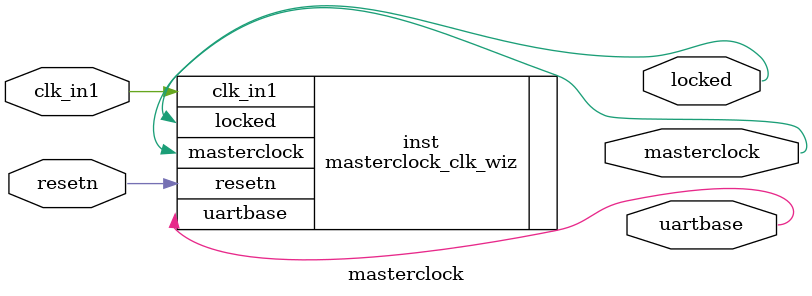
<source format=v>


`timescale 1ps/1ps

(* CORE_GENERATION_INFO = "masterclock,clk_wiz_v6_0_6_0_0,{component_name=masterclock,use_phase_alignment=true,use_min_o_jitter=true,use_max_i_jitter=false,use_dyn_phase_shift=false,use_inclk_switchover=false,use_dyn_reconfig=false,enable_axi=0,feedback_source=FDBK_AUTO,PRIMITIVE=MMCM,num_out_clk=2,clkin1_period=10.000,clkin2_period=10.000,use_power_down=false,use_reset=true,use_locked=true,use_inclk_stopped=false,feedback_type=SINGLE,CLOCK_MGR_TYPE=NA,manual_override=false}" *)

module masterclock 
 (
  // Clock out ports
  output        masterclock,
  output        uartbase,
  // Status and control signals
  input         resetn,
  output        locked,
 // Clock in ports
  input         clk_in1
 );

  masterclock_clk_wiz inst
  (
  // Clock out ports  
  .masterclock(masterclock),
  .uartbase(uartbase),
  // Status and control signals               
  .resetn(resetn), 
  .locked(locked),
 // Clock in ports
  .clk_in1(clk_in1)
  );

endmodule

</source>
